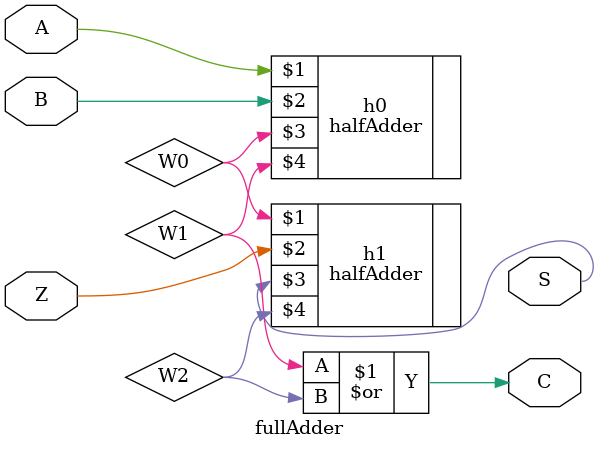
<source format=v>
module fullAdder(
    input A, B, Z,
    output S, C
);
    wire W0, W1, W2;

halfAdder h0(A, B, W0, W1);
halfAdder h1(W0, Z, S, W2);

or(C, W1, W2);

endmodule
</source>
